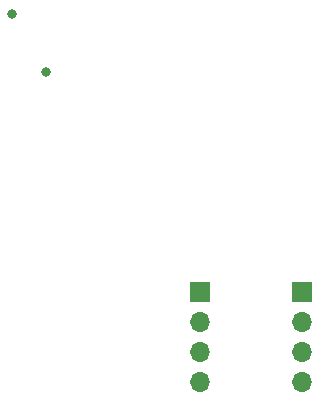
<source format=gbr>
%TF.GenerationSoftware,KiCad,Pcbnew,7.0.10*%
%TF.CreationDate,2024-02-07T22:14:31-05:00*%
%TF.ProjectId,Digital D20,44696769-7461-46c2-9044-32302e6b6963,rev?*%
%TF.SameCoordinates,Original*%
%TF.FileFunction,Copper,L5,Inr*%
%TF.FilePolarity,Positive*%
%FSLAX46Y46*%
G04 Gerber Fmt 4.6, Leading zero omitted, Abs format (unit mm)*
G04 Created by KiCad (PCBNEW 7.0.10) date 2024-02-07 22:14:31*
%MOMM*%
%LPD*%
G01*
G04 APERTURE LIST*
%TA.AperFunction,ComponentPad*%
%ADD10R,1.700000X1.700000*%
%TD*%
%TA.AperFunction,ComponentPad*%
%ADD11O,1.700000X1.700000*%
%TD*%
%TA.AperFunction,ViaPad*%
%ADD12C,0.800000*%
%TD*%
G04 APERTURE END LIST*
D10*
%TO.N,N/C*%
%TO.C,REF\u002A\u002A*%
X177292000Y-131328000D03*
D11*
X177292000Y-133868000D03*
X177292000Y-136408000D03*
X177292000Y-138948000D03*
%TD*%
D10*
%TO.N,N/C*%
%TO.C,REF\u002A\u002A*%
X168656000Y-131328000D03*
D11*
X168656000Y-133868000D03*
X168656000Y-136408000D03*
X168656000Y-138948000D03*
%TD*%
D12*
%TO.N,*%
X155613936Y-112706000D03*
X152771649Y-107756305D03*
%TD*%
M02*

</source>
